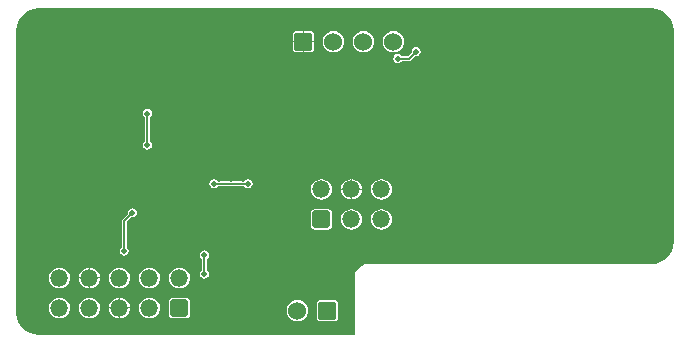
<source format=gbr>
%TF.GenerationSoftware,Altium Limited,Altium Designer,20.1.8 (145)*%
G04 Layer_Physical_Order=4*
G04 Layer_Color=16728128*
%FSLAX45Y45*%
%MOMM*%
%TF.SameCoordinates,A8D28DC8-49F5-44E5-8DCE-E7A12525CE2F*%
%TF.FilePolarity,Positive*%
%TF.FileFunction,Copper,L4,Bot,Signal*%
%TF.Part,Single*%
G01*
G75*
%TA.AperFunction,Conductor*%
%ADD24C,0.12700*%
%TA.AperFunction,ComponentPad*%
%ADD29C,1.50000*%
G04:AMPARAMS|DCode=30|XSize=1.5mm|YSize=1.45mm|CornerRadius=0.18125mm|HoleSize=0mm|Usage=FLASHONLY|Rotation=0.000|XOffset=0mm|YOffset=0mm|HoleType=Round|Shape=RoundedRectangle|*
%AMROUNDEDRECTD30*
21,1,1.50000,1.08750,0,0,0.0*
21,1,1.13750,1.45000,0,0,0.0*
1,1,0.36250,0.56875,-0.54375*
1,1,0.36250,-0.56875,-0.54375*
1,1,0.36250,-0.56875,0.54375*
1,1,0.36250,0.56875,0.54375*
%
%ADD30ROUNDEDRECTD30*%
%ADD31O,1.50000X1.45000*%
%ADD32C,1.52400*%
G04:AMPARAMS|DCode=33|XSize=1.524mm|YSize=1.524mm|CornerRadius=0.1905mm|HoleSize=0mm|Usage=FLASHONLY|Rotation=180.000|XOffset=0mm|YOffset=0mm|HoleType=Round|Shape=RoundedRectangle|*
%AMROUNDEDRECTD33*
21,1,1.52400,1.14300,0,0,180.0*
21,1,1.14300,1.52400,0,0,180.0*
1,1,0.38100,-0.57150,0.57150*
1,1,0.38100,0.57150,0.57150*
1,1,0.38100,0.57150,-0.57150*
1,1,0.38100,-0.57150,-0.57150*
%
%ADD33ROUNDEDRECTD33*%
%TA.AperFunction,ViaPad*%
%ADD34C,3.00000*%
%ADD35C,0.50000*%
G36*
X5400001Y2781824D02*
X5435473Y2778330D01*
X5469582Y2767984D01*
X5501017Y2751181D01*
X5528570Y2728569D01*
X5551183Y2701016D01*
X5567985Y2669581D01*
X5578332Y2635472D01*
X5581826Y2600000D01*
X5581872D01*
Y800000D01*
X5581826D01*
X5578332Y764528D01*
X5567985Y730419D01*
X5551182Y698983D01*
X5528570Y671430D01*
X5501017Y648818D01*
X5469582Y632015D01*
X5435472Y621669D01*
X5400000Y618175D01*
Y618129D01*
X3000000Y618129D01*
Y618797D01*
X2969253Y614749D01*
X2940602Y602881D01*
X2915998Y584002D01*
X2897119Y559398D01*
X2885252Y530747D01*
X2881204Y500001D01*
X2881872D01*
Y18128D01*
X200000D01*
Y18174D01*
X164528Y21668D01*
X130418Y32015D01*
X98983Y48818D01*
X71430Y71430D01*
X48818Y98983D01*
X32015Y130418D01*
X21668Y164528D01*
X18174Y200000D01*
X18128D01*
X18128Y2599999D01*
X18174D01*
X21668Y2635471D01*
X32015Y2669580D01*
X48818Y2701015D01*
X71430Y2728569D01*
X98983Y2751181D01*
X130418Y2767984D01*
X164528Y2778330D01*
X200000Y2781824D01*
Y2781870D01*
X5400000D01*
X5400001Y2781824D01*
D02*
G37*
%LPC*%
G36*
X2504850Y2589522D02*
X2454050D01*
Y2506350D01*
X2537222D01*
Y2557150D01*
X2534758Y2569538D01*
X2527740Y2580040D01*
X2517238Y2587058D01*
X2504850Y2589522D01*
D02*
G37*
G36*
X2441350D02*
X2390550D01*
X2378162Y2587058D01*
X2367659Y2580040D01*
X2360642Y2569538D01*
X2358178Y2557150D01*
Y2506350D01*
X2441350D01*
Y2589522D01*
D02*
G37*
G36*
X2537222Y2493650D02*
X2454050D01*
Y2410478D01*
X2504850D01*
X2517238Y2412942D01*
X2527740Y2419959D01*
X2534758Y2430461D01*
X2537222Y2442850D01*
Y2493650D01*
D02*
G37*
G36*
X2441350D02*
X2358178D01*
Y2442850D01*
X2360642Y2430461D01*
X2367659Y2419959D01*
X2378162Y2412942D01*
X2390550Y2410478D01*
X2441350D01*
Y2493650D01*
D02*
G37*
G36*
X3209700Y2589667D02*
X3186492Y2586612D01*
X3164866Y2577654D01*
X3146296Y2563404D01*
X3132046Y2544833D01*
X3123088Y2523207D01*
X3120033Y2500000D01*
X3123088Y2476792D01*
X3132046Y2455166D01*
X3146296Y2436596D01*
X3164866Y2422346D01*
X3186492Y2413388D01*
X3209700Y2410333D01*
X3232907Y2413388D01*
X3254533Y2422346D01*
X3273104Y2436596D01*
X3287354Y2455166D01*
X3296312Y2476792D01*
X3299367Y2500000D01*
X3296312Y2523207D01*
X3287354Y2544833D01*
X3273104Y2563404D01*
X3254533Y2577654D01*
X3232907Y2586612D01*
X3209700Y2589667D01*
D02*
G37*
G36*
X2955700D02*
X2932492Y2586612D01*
X2910866Y2577654D01*
X2892296Y2563404D01*
X2878046Y2544833D01*
X2869088Y2523207D01*
X2866033Y2500000D01*
X2869088Y2476792D01*
X2878046Y2455166D01*
X2892296Y2436596D01*
X2910866Y2422346D01*
X2932492Y2413388D01*
X2955700Y2410333D01*
X2978907Y2413388D01*
X3000533Y2422346D01*
X3019104Y2436596D01*
X3033354Y2455166D01*
X3042312Y2476792D01*
X3045367Y2500000D01*
X3042312Y2523207D01*
X3033354Y2544833D01*
X3019104Y2563404D01*
X3000533Y2577654D01*
X2978907Y2586612D01*
X2955700Y2589667D01*
D02*
G37*
G36*
X2701700D02*
X2678492Y2586612D01*
X2656866Y2577654D01*
X2638296Y2563404D01*
X2624046Y2544833D01*
X2615088Y2523207D01*
X2612033Y2500000D01*
X2615088Y2476792D01*
X2624046Y2455166D01*
X2638296Y2436596D01*
X2656866Y2422346D01*
X2678492Y2413388D01*
X2701700Y2410333D01*
X2724907Y2413388D01*
X2746533Y2422346D01*
X2765104Y2436596D01*
X2779354Y2455166D01*
X2788312Y2476792D01*
X2791367Y2500000D01*
X2788312Y2523207D01*
X2779354Y2544833D01*
X2765104Y2563404D01*
X2746533Y2577654D01*
X2724907Y2586612D01*
X2701700Y2589667D01*
D02*
G37*
G36*
X3402935Y2454738D02*
X3388225Y2451812D01*
X3375754Y2443479D01*
X3367422Y2431009D01*
X3364496Y2416299D01*
X3366316Y2407149D01*
X3335710Y2376543D01*
X3278483D01*
X3273300Y2384300D01*
X3260830Y2392633D01*
X3246120Y2395559D01*
X3231410Y2392633D01*
X3218940Y2384300D01*
X3210607Y2371830D01*
X3207681Y2357120D01*
X3210607Y2342410D01*
X3218940Y2329940D01*
X3231410Y2321607D01*
X3246120Y2318681D01*
X3260830Y2321607D01*
X3273300Y2329940D01*
X3278483Y2337697D01*
X3343755D01*
X3351188Y2339175D01*
X3357490Y2343386D01*
X3393785Y2379681D01*
X3402935Y2377861D01*
X3417644Y2380787D01*
X3430115Y2389119D01*
X3438447Y2401589D01*
X3441373Y2416299D01*
X3438447Y2431009D01*
X3430115Y2443479D01*
X3417644Y2451812D01*
X3402935Y2454738D01*
D02*
G37*
G36*
X1126580Y1929425D02*
X1111870Y1926499D01*
X1099400Y1918167D01*
X1091067Y1905696D01*
X1088141Y1890986D01*
X1091067Y1876276D01*
X1099400Y1863806D01*
X1107157Y1858623D01*
Y1655646D01*
X1099400Y1650463D01*
X1091067Y1637993D01*
X1088141Y1623283D01*
X1091067Y1608573D01*
X1099400Y1596102D01*
X1111870Y1587770D01*
X1126580Y1584844D01*
X1141290Y1587770D01*
X1153760Y1596102D01*
X1162092Y1608573D01*
X1165018Y1623283D01*
X1162092Y1637993D01*
X1153760Y1650463D01*
X1146003Y1655646D01*
Y1858623D01*
X1153760Y1863806D01*
X1162092Y1876276D01*
X1165018Y1890986D01*
X1162092Y1905696D01*
X1153760Y1918167D01*
X1141290Y1926499D01*
X1126580Y1929425D01*
D02*
G37*
G36*
X1978380Y1336078D02*
X1963670Y1333152D01*
X1951199Y1324820D01*
X1946016Y1317062D01*
X1723364D01*
X1718181Y1324820D01*
X1705711Y1333152D01*
X1691001Y1336078D01*
X1676291Y1333152D01*
X1663820Y1324820D01*
X1655488Y1312349D01*
X1652562Y1297639D01*
X1655488Y1282929D01*
X1663820Y1270459D01*
X1676291Y1262127D01*
X1691001Y1259201D01*
X1705711Y1262127D01*
X1718181Y1270459D01*
X1723364Y1278216D01*
X1946016D01*
X1951199Y1270459D01*
X1963670Y1262127D01*
X1978380Y1259201D01*
X1993089Y1262127D01*
X2005560Y1270459D01*
X2013892Y1282929D01*
X2016818Y1297639D01*
X2013892Y1312349D01*
X2005560Y1324820D01*
X1993089Y1333152D01*
X1978380Y1336078D01*
D02*
G37*
G36*
X2861310Y1335108D02*
Y1256030D01*
X2942559D01*
X2940467Y1271921D01*
X2931882Y1292647D01*
X2918225Y1310445D01*
X2900428Y1324102D01*
X2879701Y1332687D01*
X2861310Y1335108D01*
D02*
G37*
G36*
X2848610D02*
X2830219Y1332687D01*
X2809492Y1324102D01*
X2791695Y1310445D01*
X2778038Y1292647D01*
X2769453Y1271921D01*
X2767361Y1256030D01*
X2848610D01*
Y1335108D01*
D02*
G37*
G36*
X2942559Y1243330D02*
X2861310D01*
Y1164252D01*
X2879701Y1166673D01*
X2900428Y1175258D01*
X2918225Y1188915D01*
X2931882Y1206712D01*
X2940467Y1227438D01*
X2942559Y1243330D01*
D02*
G37*
G36*
X2848610D02*
X2767361D01*
X2769453Y1227438D01*
X2778038Y1206712D01*
X2791695Y1188915D01*
X2809492Y1175258D01*
X2830219Y1166673D01*
X2848610Y1164252D01*
Y1243330D01*
D02*
G37*
G36*
X3111460Y1335615D02*
X3106460D01*
X3084219Y1332687D01*
X3063492Y1324102D01*
X3045695Y1310445D01*
X3032038Y1292648D01*
X3023453Y1271922D01*
X3020525Y1249680D01*
X3023453Y1227438D01*
X3032038Y1206712D01*
X3045695Y1188915D01*
X3063492Y1175258D01*
X3084219Y1166673D01*
X3106460Y1163745D01*
X3111460D01*
X3133701Y1166673D01*
X3154428Y1175258D01*
X3172225Y1188915D01*
X3185882Y1206712D01*
X3194467Y1227438D01*
X3197395Y1249680D01*
X3194467Y1271922D01*
X3185882Y1292648D01*
X3172225Y1310445D01*
X3154428Y1324102D01*
X3133701Y1332687D01*
X3111460Y1335615D01*
D02*
G37*
G36*
X2603460D02*
X2598460D01*
X2576219Y1332687D01*
X2555492Y1324102D01*
X2537695Y1310445D01*
X2524038Y1292648D01*
X2515453Y1271922D01*
X2512525Y1249680D01*
X2515453Y1227438D01*
X2524038Y1206712D01*
X2537695Y1188915D01*
X2555492Y1175258D01*
X2576219Y1166673D01*
X2598460Y1163745D01*
X2603460D01*
X2625701Y1166673D01*
X2646428Y1175258D01*
X2664225Y1188915D01*
X2677882Y1206712D01*
X2686467Y1227438D01*
X2689395Y1249680D01*
X2686467Y1271922D01*
X2677882Y1292648D01*
X2664225Y1310445D01*
X2646428Y1324102D01*
X2625701Y1332687D01*
X2603460Y1335615D01*
D02*
G37*
G36*
X999865Y1090159D02*
X985155Y1087233D01*
X972685Y1078901D01*
X964352Y1066430D01*
X961426Y1051721D01*
X963246Y1042571D01*
X917305Y996629D01*
X913095Y990328D01*
X911616Y982895D01*
Y760043D01*
X903859Y754860D01*
X895527Y742389D01*
X892601Y727680D01*
X895527Y712970D01*
X903859Y700499D01*
X916329Y692167D01*
X931039Y689241D01*
X945749Y692167D01*
X958220Y700499D01*
X966552Y712970D01*
X969478Y727680D01*
X966552Y742389D01*
X958220Y754860D01*
X950462Y760043D01*
Y974849D01*
X990715Y1015102D01*
X999865Y1013282D01*
X1014575Y1016208D01*
X1027045Y1024540D01*
X1035377Y1037011D01*
X1038303Y1051721D01*
X1035377Y1066430D01*
X1027045Y1078901D01*
X1014575Y1087233D01*
X999865Y1090159D01*
D02*
G37*
G36*
X2657835Y1081484D02*
X2544085D01*
X2532058Y1079092D01*
X2521861Y1072279D01*
X2515049Y1062082D01*
X2512656Y1050055D01*
Y941305D01*
X2515049Y929278D01*
X2521861Y919081D01*
X2532058Y912268D01*
X2544085Y909876D01*
X2657835D01*
X2669862Y912268D01*
X2680059Y919081D01*
X2686871Y929278D01*
X2689264Y941305D01*
Y1050055D01*
X2686871Y1062082D01*
X2680059Y1072279D01*
X2669862Y1079092D01*
X2657835Y1081484D01*
D02*
G37*
G36*
X2857460Y1081615D02*
X2852460D01*
X2830219Y1078687D01*
X2809492Y1070102D01*
X2791695Y1056445D01*
X2778038Y1038648D01*
X2769453Y1017922D01*
X2766525Y995680D01*
X2769453Y973439D01*
X2778038Y952713D01*
X2791695Y934915D01*
X2809492Y921258D01*
X2830219Y912673D01*
X2852460Y909745D01*
X2857460D01*
X2879701Y912673D01*
X2900428Y921258D01*
X2918225Y934915D01*
X2931882Y952713D01*
X2940467Y973439D01*
X2943395Y995680D01*
X2940467Y1017922D01*
X2931882Y1038648D01*
X2918225Y1056445D01*
X2900428Y1070102D01*
X2879701Y1078687D01*
X2857460Y1081615D01*
D02*
G37*
G36*
X3111460Y1081615D02*
X3106460D01*
X3084219Y1078687D01*
X3063492Y1070102D01*
X3045695Y1056445D01*
X3032038Y1038648D01*
X3023453Y1017922D01*
X3020525Y995680D01*
X3023453Y973438D01*
X3032038Y952712D01*
X3045695Y934915D01*
X3063492Y921258D01*
X3084219Y912673D01*
X3106460Y909745D01*
X3111460D01*
X3133701Y912673D01*
X3154428Y921258D01*
X3172225Y934915D01*
X3185882Y952712D01*
X3194467Y973438D01*
X3197395Y995680D01*
X3194467Y1017922D01*
X3185882Y1038648D01*
X3172225Y1056445D01*
X3154428Y1070102D01*
X3133701Y1078687D01*
X3111460Y1081615D01*
D02*
G37*
G36*
X642749Y586888D02*
Y507810D01*
X723998D01*
X721906Y523702D01*
X713321Y544428D01*
X699664Y562225D01*
X681867Y575882D01*
X661141Y584467D01*
X642749Y586888D01*
D02*
G37*
G36*
X630049D02*
X611658Y584467D01*
X590932Y575882D01*
X573134Y562225D01*
X559477Y544428D01*
X550892Y523702D01*
X548800Y507810D01*
X630049D01*
Y586888D01*
D02*
G37*
G36*
X1610360Y734399D02*
X1595650Y731473D01*
X1583180Y723140D01*
X1574847Y710670D01*
X1571921Y695960D01*
X1574847Y681250D01*
X1583180Y668780D01*
X1590937Y663597D01*
Y564614D01*
X1583180Y559430D01*
X1574847Y546960D01*
X1571921Y532250D01*
X1574847Y517540D01*
X1583180Y505070D01*
X1595650Y496738D01*
X1610360Y493812D01*
X1625070Y496738D01*
X1637540Y505070D01*
X1645873Y517540D01*
X1648799Y532250D01*
X1645873Y546960D01*
X1637540Y559430D01*
X1629783Y564614D01*
Y663597D01*
X1637540Y668780D01*
X1645873Y681250D01*
X1648799Y695960D01*
X1645873Y710670D01*
X1637540Y723140D01*
X1625070Y731473D01*
X1610360Y734399D01*
D02*
G37*
G36*
X723998Y495110D02*
X642749D01*
Y416032D01*
X661141Y418453D01*
X681867Y427038D01*
X699664Y440695D01*
X713321Y458492D01*
X721906Y479218D01*
X723998Y495110D01*
D02*
G37*
G36*
X630049D02*
X548800D01*
X550892Y479218D01*
X559477Y458492D01*
X573134Y440695D01*
X590932Y427038D01*
X611658Y418453D01*
X630049Y416032D01*
Y495110D01*
D02*
G37*
G36*
X1400899Y587395D02*
X1395899D01*
X1373658Y584467D01*
X1352932Y575882D01*
X1335134Y562225D01*
X1321477Y544428D01*
X1312892Y523702D01*
X1309964Y501460D01*
X1312892Y479218D01*
X1321477Y458492D01*
X1335134Y440695D01*
X1352932Y427038D01*
X1373658Y418453D01*
X1395899Y415525D01*
X1400899D01*
X1423141Y418453D01*
X1443867Y427038D01*
X1461664Y440695D01*
X1475321Y458492D01*
X1483906Y479218D01*
X1486834Y501460D01*
X1483906Y523702D01*
X1475321Y544428D01*
X1461664Y562225D01*
X1443867Y575882D01*
X1423141Y584467D01*
X1400899Y587395D01*
D02*
G37*
G36*
X1146899D02*
X1141899D01*
X1119658Y584467D01*
X1098932Y575882D01*
X1081134Y562225D01*
X1067477Y544428D01*
X1058892Y523702D01*
X1055964Y501460D01*
X1058892Y479218D01*
X1067477Y458492D01*
X1081134Y440695D01*
X1098932Y427038D01*
X1119658Y418453D01*
X1141899Y415525D01*
X1146899D01*
X1169141Y418453D01*
X1189867Y427038D01*
X1207664Y440695D01*
X1221321Y458492D01*
X1229906Y479218D01*
X1232834Y501460D01*
X1229906Y523702D01*
X1221321Y544428D01*
X1207664Y562225D01*
X1189867Y575882D01*
X1169141Y584467D01*
X1146899Y587395D01*
D02*
G37*
G36*
X892899D02*
X887899D01*
X865658Y584467D01*
X844932Y575882D01*
X827134Y562225D01*
X813477Y544428D01*
X804892Y523702D01*
X801964Y501460D01*
X804892Y479218D01*
X813477Y458492D01*
X827134Y440695D01*
X844932Y427038D01*
X865658Y418453D01*
X887899Y415525D01*
X892899D01*
X915141Y418453D01*
X935867Y427038D01*
X953664Y440695D01*
X967321Y458492D01*
X975906Y479218D01*
X978834Y501460D01*
X975906Y523702D01*
X967321Y544428D01*
X953664Y562225D01*
X935867Y575882D01*
X915141Y584467D01*
X892899Y587395D01*
D02*
G37*
G36*
X384899D02*
X379899D01*
X357658Y584467D01*
X336932Y575882D01*
X319134Y562225D01*
X305477Y544428D01*
X296892Y523702D01*
X293964Y501460D01*
X296892Y479218D01*
X305477Y458492D01*
X319134Y440695D01*
X336932Y427038D01*
X357658Y418453D01*
X379899Y415525D01*
X384899D01*
X407141Y418453D01*
X427867Y427038D01*
X445664Y440695D01*
X459321Y458492D01*
X467906Y479218D01*
X470834Y501460D01*
X467906Y523702D01*
X459321Y544428D01*
X445664Y562225D01*
X427867Y575882D01*
X407141Y584467D01*
X384899Y587395D01*
D02*
G37*
G36*
X896749Y332888D02*
Y253810D01*
X977998D01*
X975906Y269702D01*
X967321Y290428D01*
X953664Y308225D01*
X935867Y321882D01*
X915141Y330467D01*
X896749Y332888D01*
D02*
G37*
G36*
X884049D02*
X865658Y330467D01*
X844932Y321882D01*
X827134Y308225D01*
X813477Y290428D01*
X804892Y269702D01*
X802800Y253810D01*
X884049D01*
Y332888D01*
D02*
G37*
G36*
X977998Y241110D02*
X896749D01*
Y162032D01*
X915141Y164453D01*
X935867Y173038D01*
X953664Y186695D01*
X967321Y204492D01*
X975906Y225218D01*
X977998Y241110D01*
D02*
G37*
G36*
X884049D02*
X802800D01*
X804892Y225218D01*
X813477Y204492D01*
X827134Y186695D01*
X844932Y173038D01*
X865658Y164453D01*
X884049Y162032D01*
Y241110D01*
D02*
G37*
G36*
X1455274Y333264D02*
X1341524D01*
X1329497Y330872D01*
X1319301Y324059D01*
X1312488Y313862D01*
X1310095Y301835D01*
Y193085D01*
X1312488Y181058D01*
X1319301Y170861D01*
X1329497Y164048D01*
X1341524Y161656D01*
X1455274D01*
X1467302Y164048D01*
X1477498Y170861D01*
X1484311Y181058D01*
X1486703Y193085D01*
Y301835D01*
X1484311Y313862D01*
X1477498Y324059D01*
X1467302Y330872D01*
X1455274Y333264D01*
D02*
G37*
G36*
X1146899Y333395D02*
X1141899D01*
X1119658Y330467D01*
X1098932Y321882D01*
X1081134Y308225D01*
X1067477Y290428D01*
X1058892Y269702D01*
X1055964Y247460D01*
X1058892Y225218D01*
X1067477Y204492D01*
X1081134Y186695D01*
X1098932Y173038D01*
X1119658Y164453D01*
X1141899Y161525D01*
X1146899D01*
X1169141Y164453D01*
X1189867Y173038D01*
X1207664Y186695D01*
X1221321Y204492D01*
X1229906Y225218D01*
X1232834Y247460D01*
X1229906Y269702D01*
X1221321Y290428D01*
X1207664Y308225D01*
X1189867Y321882D01*
X1169141Y330467D01*
X1146899Y333395D01*
D02*
G37*
G36*
X638899D02*
X633899D01*
X611658Y330467D01*
X590932Y321882D01*
X573134Y308225D01*
X559477Y290428D01*
X550892Y269702D01*
X547964Y247460D01*
X550892Y225218D01*
X559477Y204492D01*
X573134Y186695D01*
X590932Y173038D01*
X611658Y164453D01*
X633899Y161525D01*
X638899D01*
X661141Y164453D01*
X681867Y173038D01*
X699664Y186695D01*
X713321Y204492D01*
X721906Y225218D01*
X724834Y247460D01*
X721906Y269702D01*
X713321Y290428D01*
X699664Y308225D01*
X681867Y321882D01*
X661141Y330467D01*
X638899Y333395D01*
D02*
G37*
G36*
X384899D02*
X379899D01*
X357658Y330467D01*
X336932Y321882D01*
X319134Y308225D01*
X305477Y290428D01*
X296892Y269702D01*
X293964Y247460D01*
X296892Y225218D01*
X305477Y204492D01*
X319134Y186695D01*
X336932Y173038D01*
X357658Y164453D01*
X379899Y161525D01*
X384899D01*
X407141Y164453D01*
X427867Y173038D01*
X445664Y186695D01*
X459321Y204492D01*
X467906Y225218D01*
X470834Y247460D01*
X467906Y269702D01*
X459321Y290428D01*
X445664Y308225D01*
X427867Y321882D01*
X407141Y330467D01*
X384899Y333395D01*
D02*
G37*
G36*
X2708910Y313042D02*
X2594610D01*
X2582222Y310578D01*
X2571720Y303560D01*
X2564702Y293058D01*
X2562238Y280670D01*
Y166370D01*
X2564702Y153982D01*
X2571720Y143480D01*
X2582222Y136462D01*
X2594610Y133998D01*
X2708910D01*
X2721299Y136462D01*
X2731801Y143480D01*
X2738818Y153982D01*
X2741282Y166370D01*
Y280670D01*
X2738818Y293058D01*
X2731801Y303560D01*
X2721299Y310578D01*
X2708910Y313042D01*
D02*
G37*
G36*
X2397760Y313187D02*
X2374553Y310132D01*
X2352927Y301174D01*
X2334356Y286924D01*
X2320106Y268354D01*
X2311149Y246727D01*
X2308093Y223520D01*
X2311149Y200313D01*
X2320106Y178686D01*
X2334356Y160116D01*
X2352927Y145866D01*
X2374553Y136908D01*
X2397760Y133853D01*
X2420968Y136908D01*
X2442594Y145866D01*
X2461164Y160116D01*
X2475414Y178686D01*
X2484372Y200313D01*
X2487427Y223520D01*
X2484372Y246727D01*
X2475414Y268354D01*
X2461164Y286924D01*
X2442594Y301174D01*
X2420968Y310132D01*
X2397760Y313187D01*
D02*
G37*
%LPD*%
D24*
X1126580Y1623283D02*
Y1890986D01*
X931039Y982895D02*
X999865Y1051721D01*
X931039Y727680D02*
Y982895D01*
X3246120Y2357120D02*
X3343755D01*
X3402935Y2416299D01*
X1691001Y1297639D02*
X1978380D01*
X1610360Y532250D02*
Y695960D01*
D29*
X190500Y2222500D02*
D03*
X2245360Y2095500D02*
D03*
X190500Y1968500D02*
D03*
X1714500Y2603500D02*
D03*
X1968500D02*
D03*
D30*
X2600960Y995680D02*
D03*
X1398399Y247460D02*
D03*
D31*
X2854960Y995680D02*
D03*
X3108960Y995680D02*
D03*
Y1249680D02*
D03*
X2854960Y1249680D02*
D03*
X2600960Y1249680D02*
D03*
X1144399Y247460D02*
D03*
X890399D02*
D03*
X636399D02*
D03*
X382399D02*
D03*
Y501460D02*
D03*
X636399D02*
D03*
X890399D02*
D03*
X1144399D02*
D03*
X1398399D02*
D03*
D32*
X2397760Y223520D02*
D03*
X3209700Y2500000D02*
D03*
X2955700D02*
D03*
X2701700D02*
D03*
D33*
X2651760Y223520D02*
D03*
X2447700Y2500000D02*
D03*
D34*
X200000Y2600000D02*
D03*
X5400000D02*
D03*
X2700000Y1700000D02*
D03*
X5400000Y800000D02*
D03*
D35*
X3850425Y2750483D02*
D03*
X1078193Y1562115D02*
D03*
X1126580Y1623283D02*
D03*
X910929Y1613295D02*
D03*
X943297Y1770515D02*
D03*
X1223376Y1653525D02*
D03*
X1345515Y1654596D02*
D03*
X350726Y2328384D02*
D03*
X999865Y1051721D02*
D03*
X3655012Y2436924D02*
D03*
X3774515Y2311090D02*
D03*
X5306060Y1374140D02*
D03*
X5308600Y1176020D02*
D03*
X4848860Y1361440D02*
D03*
X4866640Y1785620D02*
D03*
X3402935Y2416299D02*
D03*
X3246120Y2357120D02*
D03*
X3643922Y2278169D02*
D03*
Y2222500D02*
D03*
X1126580Y1890986D02*
D03*
X3247701Y2226712D02*
D03*
X3127703Y2218590D02*
D03*
X2265734Y1835793D02*
D03*
X1449375Y605779D02*
D03*
X1345866Y605261D02*
D03*
X1443958Y705824D02*
D03*
X1199551Y758665D02*
D03*
X142240Y1340717D02*
D03*
X430393Y1270562D02*
D03*
X223520Y1424432D02*
D03*
X437008Y1384893D02*
D03*
X781327Y1348822D02*
D03*
X298928Y932180D02*
D03*
X2854960Y864245D02*
D03*
X2600960Y1124781D02*
D03*
X3091798Y2465792D02*
D03*
X2477837Y2243994D02*
D03*
X2744050Y2244737D02*
D03*
X2542113Y2147328D02*
D03*
X1833666Y1811831D02*
D03*
X1730928Y1835318D02*
D03*
X1833158Y1615898D02*
D03*
X5431371Y2048566D02*
D03*
X4871720Y1973580D02*
D03*
X5428829Y1721689D02*
D03*
X5313680Y1838960D02*
D03*
X5316443Y1588181D02*
D03*
X3614869Y668638D02*
D03*
X4774682Y670662D02*
D03*
X4524248Y771906D02*
D03*
X3918974Y772629D02*
D03*
X5246709Y2074969D02*
D03*
X1326669Y109710D02*
D03*
X1053960Y596369D02*
D03*
X1078039Y1933779D02*
D03*
X348049Y1693248D02*
D03*
X1368365Y1834474D02*
D03*
X877664Y1897491D02*
D03*
X1691001Y1297639D02*
D03*
X1735620Y1341689D02*
D03*
X738625Y1566689D02*
D03*
X3645623Y1708438D02*
D03*
X3351745Y776880D02*
D03*
X3058160Y776674D02*
D03*
X3234706Y1249680D02*
D03*
X2987999Y1060856D02*
D03*
X4222323Y657921D02*
D03*
X5547360Y1546860D02*
D03*
X2600902Y2334455D02*
D03*
X2321085Y2335281D02*
D03*
X1978380Y1297639D02*
D03*
X2078280Y713740D02*
D03*
X2142800D02*
D03*
X2205020D02*
D03*
Y906780D02*
D03*
X2142800D02*
D03*
X2078280D02*
D03*
X1735620Y1253589D02*
D03*
X1831340D02*
D03*
Y1341689D02*
D03*
X1933760Y1253589D02*
D03*
Y1341689D02*
D03*
X2335926Y2752158D02*
D03*
X845819Y1673793D02*
D03*
X109750Y1126383D02*
D03*
X1336145Y1745132D02*
D03*
X1414574Y1597810D02*
D03*
X624206Y1560833D02*
D03*
X1790178Y2065251D02*
D03*
X987042Y1561843D02*
D03*
X1544320Y55880D02*
D03*
X1763439Y54141D02*
D03*
X3147229Y1488103D02*
D03*
X2481665Y1362133D02*
D03*
X3336844Y1688254D02*
D03*
X3335524Y1978203D02*
D03*
X2556760Y538700D02*
D03*
X2618740D02*
D03*
Y618340D02*
D03*
Y696824D02*
D03*
X2556760D02*
D03*
X2493860Y618340D02*
D03*
Y538700D02*
D03*
Y696824D02*
D03*
X3636955Y1799018D02*
D03*
X3641611Y2107413D02*
D03*
X3635995Y1999165D02*
D03*
X3346598Y1797577D02*
D03*
X2214880Y1343280D02*
D03*
X3333702Y2075746D02*
D03*
X2328200Y1769829D02*
D03*
X3339580Y2200246D02*
D03*
X2877820Y2273300D02*
D03*
Y2334260D02*
D03*
X2964644Y2384456D02*
D03*
X3124700Y2755900D02*
D03*
X2389789Y1704119D02*
D03*
X209149Y2371705D02*
D03*
X5472444Y1075824D02*
D03*
X5407414Y984782D02*
D03*
X2884107Y599223D02*
D03*
X3147277Y650550D02*
D03*
X5139394Y652953D02*
D03*
X4620214Y2754064D02*
D03*
X229163Y45074D02*
D03*
X1011909Y1713392D02*
D03*
X1733453Y1492176D02*
D03*
X854030Y745342D02*
D03*
X612446Y760886D02*
D03*
X669430Y693279D02*
D03*
X757530Y692941D02*
D03*
X1053960Y760893D02*
D03*
X996580D02*
D03*
X1658693Y927359D02*
D03*
X1565513Y807765D02*
D03*
X1557010Y663021D02*
D03*
X1663710D02*
D03*
X1665433Y562221D02*
D03*
X1555287D02*
D03*
X1610360Y532250D02*
D03*
Y695960D02*
D03*
X2844183Y2147923D02*
D03*
X1420000Y2085340D02*
D03*
X410906Y1937105D02*
D03*
X101976Y722125D02*
D03*
X109355Y201352D02*
D03*
X714303Y110886D02*
D03*
X2820478Y79803D02*
D03*
Y281940D02*
D03*
X2515023D02*
D03*
X2250440D02*
D03*
Y90216D02*
D03*
X2034467Y45074D02*
D03*
X2515023Y79803D02*
D03*
X447040Y853440D02*
D03*
X237826Y1117890D02*
D03*
X349008Y997584D02*
D03*
X225774Y602274D02*
D03*
X691709Y1348607D02*
D03*
X799593Y976079D02*
D03*
X656481Y980263D02*
D03*
X1116517Y1341689D02*
D03*
X531563Y2348557D02*
D03*
X580000Y2085340D02*
D03*
X1414720Y1914285D02*
D03*
X2138202Y2244429D02*
D03*
X1408676Y1106575D02*
D03*
X3049868Y2150022D02*
D03*
X558800Y2738120D02*
D03*
X1409700Y2745740D02*
D03*
X2134370Y1259840D02*
D03*
X2052320Y1343280D02*
D03*
X3336146Y2277714D02*
D03*
X931039Y727680D02*
D03*
X1582420Y1343280D02*
D03*
X970265Y677553D02*
D03*
X1686560Y820000D02*
D03*
Y1079840D02*
D03*
X5165644Y2164264D02*
D03*
X1419860Y1343280D02*
D03*
X1982840Y445321D02*
D03*
X2004060Y1985000D02*
D03*
X528320Y934260D02*
D03*
X5326107Y2164264D02*
D03*
X2112800Y2046644D02*
D03*
X1502480Y1259840D02*
D03*
X2284346Y580321D02*
D03*
Y502860D02*
D03*
Y657413D02*
D03*
X2160580Y657860D02*
D03*
Y502860D02*
D03*
Y580321D02*
D03*
X996580Y976622D02*
D03*
X2252980Y1559560D02*
D03*
X2222500Y1985000D02*
D03*
X3488251Y2372249D02*
D03*
X1771220Y1160526D02*
D03*
X1770860Y998220D02*
D03*
X1771220Y901700D02*
D03*
Y739140D02*
D03*
X422547Y691934D02*
D03*
X1884680Y218440D02*
D03*
X1971892Y304600D02*
D03*
X1972680Y134266D02*
D03*
X1898600Y357941D02*
D03*
X1816100Y445321D02*
D03*
X2222800Y502860D02*
D03*
Y657860D02*
D03*
%TF.MD5,ad63433cbcdd6bca6093bc5de0991622*%
M02*

</source>
